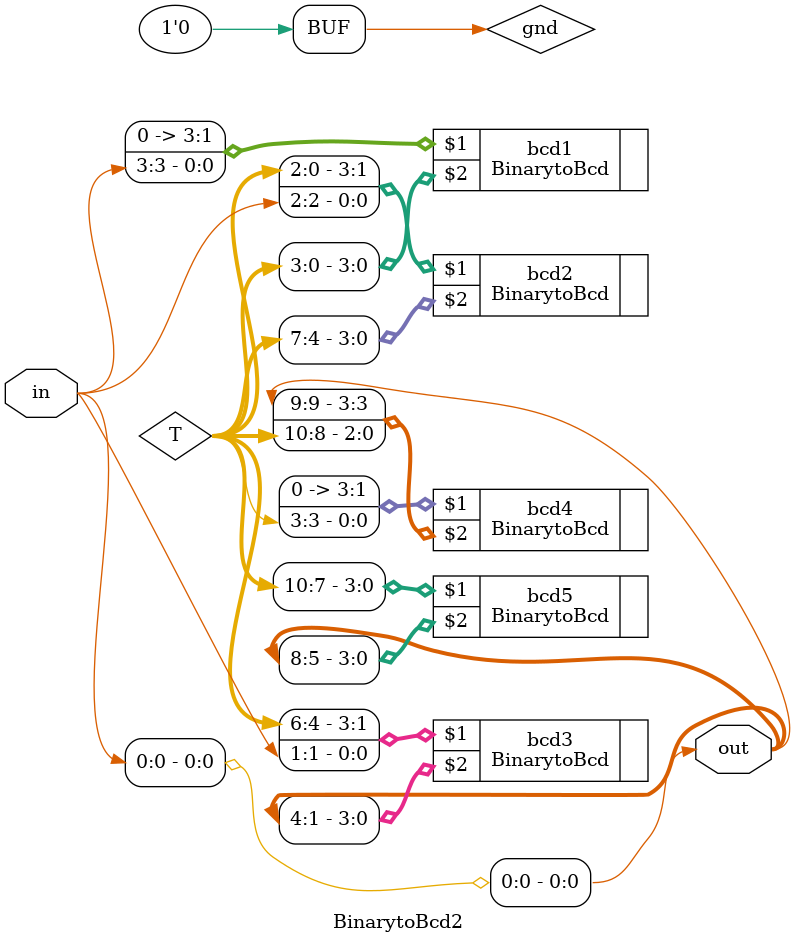
<source format=v>
`timescale 1ns / 1ps


module BinarytoBcd2(
input [3:0]in,
output [9:0]out
    );
    
wire [10:0]T;


supply0 gnd;
assign out[0]=in[0];

BinarytoBcd bcd1({gnd,gnd,gnd,in[3]},T[3:0]);
BinarytoBcd bcd2({T[2:0],in[2]},T[7:4]);
BinarytoBcd bcd3({T[6:4],in[1]},out[4:1]);
BinarytoBcd bcd4({gnd,gnd,gnd,T[3]},{out[9],T[10:8]});
BinarytoBcd bcd5(T[10:7],out[8:5]);
    
    
endmodule

</source>
